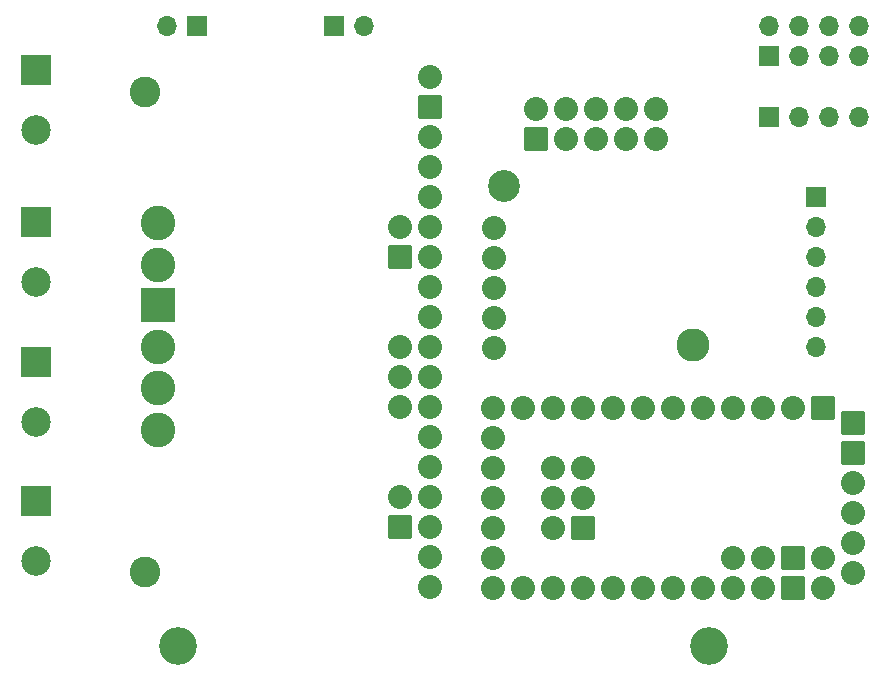
<source format=gbr>
%TF.GenerationSoftware,KiCad,Pcbnew,(6.0.0-0)*%
%TF.CreationDate,2022-03-11T16:39:33-05:00*%
%TF.ProjectId,Lifter-Board-Redone,4c696674-6572-42d4-926f-6172642d5265,rev?*%
%TF.SameCoordinates,Original*%
%TF.FileFunction,Soldermask,Bot*%
%TF.FilePolarity,Negative*%
%FSLAX46Y46*%
G04 Gerber Fmt 4.6, Leading zero omitted, Abs format (unit mm)*
G04 Created by KiCad (PCBNEW (6.0.0-0)) date 2022-03-11 16:39:33*
%MOMM*%
%LPD*%
G01*
G04 APERTURE LIST*
G04 Aperture macros list*
%AMRoundRect*
0 Rectangle with rounded corners*
0 $1 Rounding radius*
0 $2 $3 $4 $5 $6 $7 $8 $9 X,Y pos of 4 corners*
0 Add a 4 corners polygon primitive as box body*
4,1,4,$2,$3,$4,$5,$6,$7,$8,$9,$2,$3,0*
0 Add four circle primitives for the rounded corners*
1,1,$1+$1,$2,$3*
1,1,$1+$1,$4,$5*
1,1,$1+$1,$6,$7*
1,1,$1+$1,$8,$9*
0 Add four rect primitives between the rounded corners*
20,1,$1+$1,$2,$3,$4,$5,0*
20,1,$1+$1,$4,$5,$6,$7,0*
20,1,$1+$1,$6,$7,$8,$9,0*
20,1,$1+$1,$8,$9,$2,$3,0*%
G04 Aperture macros list end*
%ADD10R,2.500000X2.500000*%
%ADD11C,2.500000*%
%ADD12C,2.039200*%
%ADD13C,2.703200*%
%ADD14C,2.803200*%
%ADD15R,1.700000X1.700000*%
%ADD16O,1.700000X1.700000*%
%ADD17RoundRect,0.101600X-0.918000X0.918000X-0.918000X-0.918000X0.918000X-0.918000X0.918000X0.918000X0*%
%ADD18C,3.200000*%
%ADD19RoundRect,0.101600X-0.918000X-0.918000X0.918000X-0.918000X0.918000X0.918000X-0.918000X0.918000X0*%
%ADD20C,2.600000*%
%ADD21RoundRect,0.101600X0.918000X0.918000X-0.918000X0.918000X-0.918000X-0.918000X0.918000X-0.918000X0*%
%ADD22C,2.939200*%
%ADD23RoundRect,0.101600X1.368000X1.368000X-1.368000X1.368000X-1.368000X-1.368000X1.368000X-1.368000X0*%
G04 APERTURE END LIST*
D10*
%TO.C,J2*%
X88000000Y-60650000D03*
D11*
X88000000Y-65730000D03*
%TD*%
D10*
%TO.C,J1*%
X88000000Y-47700000D03*
D11*
X88000000Y-52780000D03*
%TD*%
D12*
%TO.C,U1*%
X126770000Y-61080000D03*
X126770000Y-66160000D03*
X126770000Y-68700000D03*
D13*
X127600000Y-57550000D03*
D14*
X143600000Y-71050000D03*
D12*
X126770000Y-63620000D03*
X126770000Y-71240000D03*
%TD*%
D15*
%TO.C,J7*%
X113215000Y-44030000D03*
D16*
X115755000Y-44030000D03*
%TD*%
D12*
%TO.C,J$1*%
X144490000Y-76370000D03*
X141950000Y-76370000D03*
X139410000Y-76370000D03*
X136870000Y-76370000D03*
X134330000Y-76370000D03*
X131790000Y-76370000D03*
X129250000Y-76370000D03*
X126710000Y-76370000D03*
X126710000Y-78910000D03*
X126710000Y-81450000D03*
X126710000Y-83990000D03*
X126710000Y-91610000D03*
X129250000Y-91610000D03*
X131790000Y-91610000D03*
X134330000Y-91610000D03*
X136870000Y-91610000D03*
X139410000Y-91610000D03*
X141950000Y-91610000D03*
X144490000Y-91610000D03*
X147030000Y-91610000D03*
X126710000Y-86530000D03*
X126710000Y-89070000D03*
X147030000Y-89070000D03*
X154650000Y-91610000D03*
X157190000Y-90340000D03*
D17*
X154650000Y-76370000D03*
X157190000Y-80180000D03*
X157190000Y-77640000D03*
X152110000Y-89070000D03*
X152110000Y-91610000D03*
X134330000Y-86530000D03*
D12*
X131790000Y-81450000D03*
X134330000Y-83990000D03*
X152110000Y-76370000D03*
X131790000Y-86530000D03*
X149570000Y-76370000D03*
X157190000Y-85260000D03*
X131790000Y-83990000D03*
X147030000Y-76370000D03*
X157190000Y-87800000D03*
X149570000Y-89070000D03*
X149570000Y-91610000D03*
X134330000Y-81450000D03*
X157190000Y-82720000D03*
X154650000Y-89070000D03*
%TD*%
D15*
%TO.C,J8*%
X101675000Y-44030000D03*
D16*
X99135000Y-44030000D03*
%TD*%
D15*
%TO.C,J9*%
X150030000Y-51720000D03*
D16*
X152570000Y-51720000D03*
X155110000Y-51720000D03*
X157650000Y-51720000D03*
%TD*%
D18*
%TO.C,REF\u002A\u002A*%
X100000000Y-96500000D03*
%TD*%
D10*
%TO.C,J4*%
X88000000Y-84270000D03*
D11*
X88000000Y-89350000D03*
%TD*%
D15*
%TO.C,Lifter1*%
X154040000Y-58460000D03*
D16*
X154040000Y-61000000D03*
X154040000Y-63540000D03*
X154040000Y-66080000D03*
X154040000Y-68620000D03*
X154040000Y-71160000D03*
%TD*%
D15*
%TO.C,J6*%
X150030000Y-46575000D03*
D16*
X150030000Y-44035000D03*
X152570000Y-46575000D03*
X152570000Y-44035000D03*
X155110000Y-46575000D03*
X155110000Y-44035000D03*
X157650000Y-46575000D03*
X157650000Y-44035000D03*
%TD*%
D10*
%TO.C,J3*%
X88000000Y-72460000D03*
D11*
X88000000Y-77540000D03*
%TD*%
D19*
%TO.C,J5*%
X130333250Y-53563500D03*
D12*
X130333250Y-51023500D03*
X132873250Y-53563500D03*
X132873250Y-51023500D03*
X135413250Y-53563500D03*
X135413250Y-51023500D03*
X137953250Y-53563500D03*
X137953250Y-51023500D03*
X140493250Y-53563500D03*
X140493250Y-51023500D03*
%TD*%
D20*
%TO.C,U$1*%
X97240000Y-49636500D03*
X97240000Y-90276500D03*
D12*
X121370000Y-71226500D03*
D21*
X121370000Y-50906500D03*
X118830000Y-86466500D03*
X118830000Y-63606500D03*
D12*
X121370000Y-76306500D03*
X121370000Y-68686500D03*
X121370000Y-58526500D03*
X121370000Y-55986500D03*
D22*
X98332200Y-60736300D03*
X98332200Y-64241500D03*
D12*
X121370000Y-63606500D03*
X121370000Y-61066500D03*
X121370000Y-66146500D03*
X121370000Y-91546500D03*
X121370000Y-81386500D03*
X121370000Y-78846500D03*
D22*
X98332200Y-74706300D03*
X98332200Y-78211500D03*
D12*
X121370000Y-86466500D03*
X121370000Y-83926500D03*
X121370000Y-89006500D03*
D23*
X98332200Y-67670500D03*
D22*
X98332200Y-71175700D03*
D12*
X121370000Y-73766500D03*
X121370000Y-53446500D03*
X118830000Y-83926500D03*
X118830000Y-76306500D03*
X118830000Y-73766500D03*
X118830000Y-71226500D03*
X118830000Y-61066500D03*
X121370000Y-48366500D03*
%TD*%
D18*
%TO.C,REF\u002A\u002A*%
X145000000Y-96500000D03*
%TD*%
M02*

</source>
